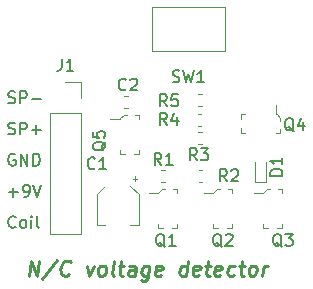
<source format=gbr>
%TF.GenerationSoftware,KiCad,Pcbnew,5.1.6-c6e7f7d~87~ubuntu18.04.1*%
%TF.CreationDate,2021-12-13T20:39:48-08:00*%
%TF.ProjectId,non-contact-voltage-sensor,6e6f6e2d-636f-46e7-9461-63742d766f6c,rev?*%
%TF.SameCoordinates,Original*%
%TF.FileFunction,Legend,Top*%
%TF.FilePolarity,Positive*%
%FSLAX46Y46*%
G04 Gerber Fmt 4.6, Leading zero omitted, Abs format (unit mm)*
G04 Created by KiCad (PCBNEW 5.1.6-c6e7f7d~87~ubuntu18.04.1) date 2021-12-13 20:39:48*
%MOMM*%
%LPD*%
G01*
G04 APERTURE LIST*
%ADD10C,0.150000*%
%ADD11C,0.228600*%
%ADD12C,0.120000*%
%ADD13C,0.100000*%
G04 APERTURE END LIST*
D10*
X144962666Y-98750500D02*
X144867428Y-98702880D01*
X144724571Y-98702880D01*
X144581713Y-98750500D01*
X144486475Y-98845738D01*
X144438856Y-98940976D01*
X144391237Y-99131452D01*
X144391237Y-99274309D01*
X144438856Y-99464785D01*
X144486475Y-99560023D01*
X144581713Y-99655261D01*
X144724571Y-99702880D01*
X144819809Y-99702880D01*
X144962666Y-99655261D01*
X145010285Y-99607642D01*
X145010285Y-99274309D01*
X144819809Y-99274309D01*
X145438856Y-99702880D02*
X145438856Y-98702880D01*
X146010285Y-99702880D01*
X146010285Y-98702880D01*
X146486475Y-99702880D02*
X146486475Y-98702880D01*
X146724571Y-98702880D01*
X146867428Y-98750500D01*
X146962666Y-98845738D01*
X147010285Y-98940976D01*
X147057904Y-99131452D01*
X147057904Y-99274309D01*
X147010285Y-99464785D01*
X146962666Y-99560023D01*
X146867428Y-99655261D01*
X146724571Y-99702880D01*
X146486475Y-99702880D01*
X145010285Y-104878142D02*
X144962666Y-104925761D01*
X144819809Y-104973380D01*
X144724571Y-104973380D01*
X144581714Y-104925761D01*
X144486476Y-104830523D01*
X144438857Y-104735285D01*
X144391238Y-104544809D01*
X144391238Y-104401952D01*
X144438857Y-104211476D01*
X144486476Y-104116238D01*
X144581714Y-104021000D01*
X144724571Y-103973380D01*
X144819809Y-103973380D01*
X144962666Y-104021000D01*
X145010285Y-104068619D01*
X145581714Y-104973380D02*
X145486476Y-104925761D01*
X145438857Y-104878142D01*
X145391238Y-104782904D01*
X145391238Y-104497190D01*
X145438857Y-104401952D01*
X145486476Y-104354333D01*
X145581714Y-104306714D01*
X145724571Y-104306714D01*
X145819809Y-104354333D01*
X145867428Y-104401952D01*
X145915047Y-104497190D01*
X145915047Y-104782904D01*
X145867428Y-104878142D01*
X145819809Y-104925761D01*
X145724571Y-104973380D01*
X145581714Y-104973380D01*
X146343619Y-104973380D02*
X146343619Y-104306714D01*
X146343619Y-103973380D02*
X146296000Y-104021000D01*
X146343619Y-104068619D01*
X146391238Y-104021000D01*
X146343619Y-103973380D01*
X146343619Y-104068619D01*
X146962666Y-104973380D02*
X146867428Y-104925761D01*
X146819809Y-104830523D01*
X146819809Y-103973380D01*
X144438856Y-101957178D02*
X145200761Y-101957178D01*
X144819809Y-102338130D02*
X144819809Y-101576226D01*
X145724571Y-102338130D02*
X145915047Y-102338130D01*
X146010285Y-102290511D01*
X146057904Y-102242892D01*
X146153142Y-102100035D01*
X146200761Y-101909559D01*
X146200761Y-101528607D01*
X146153142Y-101433369D01*
X146105523Y-101385750D01*
X146010285Y-101338130D01*
X145819809Y-101338130D01*
X145724571Y-101385750D01*
X145676951Y-101433369D01*
X145629332Y-101528607D01*
X145629332Y-101766702D01*
X145676951Y-101861940D01*
X145724571Y-101909559D01*
X145819809Y-101957178D01*
X146010285Y-101957178D01*
X146105523Y-101909559D01*
X146153142Y-101861940D01*
X146200761Y-101766702D01*
X146486475Y-101338130D02*
X146819809Y-102338130D01*
X147153142Y-101338130D01*
X144391238Y-94384761D02*
X144534095Y-94432380D01*
X144772190Y-94432380D01*
X144867428Y-94384761D01*
X144915047Y-94337142D01*
X144962666Y-94241904D01*
X144962666Y-94146666D01*
X144915047Y-94051428D01*
X144867428Y-94003809D01*
X144772190Y-93956190D01*
X144581714Y-93908571D01*
X144486476Y-93860952D01*
X144438857Y-93813333D01*
X144391238Y-93718095D01*
X144391238Y-93622857D01*
X144438857Y-93527619D01*
X144486476Y-93480000D01*
X144581714Y-93432380D01*
X144819809Y-93432380D01*
X144962666Y-93480000D01*
X145391238Y-94432380D02*
X145391238Y-93432380D01*
X145772190Y-93432380D01*
X145867428Y-93480000D01*
X145915047Y-93527619D01*
X145962666Y-93622857D01*
X145962666Y-93765714D01*
X145915047Y-93860952D01*
X145867428Y-93908571D01*
X145772190Y-93956190D01*
X145391238Y-93956190D01*
X146391238Y-94051428D02*
X147153142Y-94051428D01*
D11*
X146127530Y-109032523D02*
X146286280Y-107762523D01*
X146853244Y-109032523D01*
X147011994Y-107762523D01*
X148531459Y-107702047D02*
X147238780Y-109334904D01*
X149529316Y-108911571D02*
X149461280Y-108972047D01*
X149272292Y-109032523D01*
X149151340Y-109032523D01*
X148977470Y-108972047D01*
X148871637Y-108851095D01*
X148826280Y-108730142D01*
X148796042Y-108488238D01*
X148818720Y-108306809D01*
X148909435Y-108064904D01*
X148985030Y-107943952D01*
X149121101Y-107823000D01*
X149310090Y-107762523D01*
X149431042Y-107762523D01*
X149604911Y-107823000D01*
X149657828Y-107883476D01*
X151010982Y-108185857D02*
X151207530Y-109032523D01*
X151615744Y-108185857D01*
X152175149Y-109032523D02*
X152061756Y-108972047D01*
X152008840Y-108911571D01*
X151963482Y-108790619D01*
X152008840Y-108427761D01*
X152084435Y-108306809D01*
X152152470Y-108246333D01*
X152280982Y-108185857D01*
X152462411Y-108185857D01*
X152575804Y-108246333D01*
X152628720Y-108306809D01*
X152674078Y-108427761D01*
X152628720Y-108790619D01*
X152553125Y-108911571D01*
X152485090Y-108972047D01*
X152356578Y-109032523D01*
X152175149Y-109032523D01*
X153324197Y-109032523D02*
X153210804Y-108972047D01*
X153165447Y-108851095D01*
X153301518Y-107762523D01*
X153732411Y-108185857D02*
X154216220Y-108185857D01*
X153966756Y-107762523D02*
X153830685Y-108851095D01*
X153876042Y-108972047D01*
X153989435Y-109032523D01*
X154110387Y-109032523D01*
X155078006Y-109032523D02*
X155161161Y-108367285D01*
X155115804Y-108246333D01*
X155002411Y-108185857D01*
X154760506Y-108185857D01*
X154631994Y-108246333D01*
X155085566Y-108972047D02*
X154957054Y-109032523D01*
X154654673Y-109032523D01*
X154541280Y-108972047D01*
X154495923Y-108851095D01*
X154511042Y-108730142D01*
X154586637Y-108609190D01*
X154715149Y-108548714D01*
X155017530Y-108548714D01*
X155146042Y-108488238D01*
X156332887Y-108185857D02*
X156204375Y-109213952D01*
X156128780Y-109334904D01*
X156060744Y-109395380D01*
X155932232Y-109455857D01*
X155750804Y-109455857D01*
X155637411Y-109395380D01*
X156234613Y-108972047D02*
X156106101Y-109032523D01*
X155864197Y-109032523D01*
X155750804Y-108972047D01*
X155697887Y-108911571D01*
X155652530Y-108790619D01*
X155697887Y-108427761D01*
X155773482Y-108306809D01*
X155841518Y-108246333D01*
X155970030Y-108185857D01*
X156211935Y-108185857D01*
X156325328Y-108246333D01*
X157323185Y-108972047D02*
X157194673Y-109032523D01*
X156952768Y-109032523D01*
X156839375Y-108972047D01*
X156794018Y-108851095D01*
X156854494Y-108367285D01*
X156930090Y-108246333D01*
X157058601Y-108185857D01*
X157300506Y-108185857D01*
X157413899Y-108246333D01*
X157459256Y-108367285D01*
X157444137Y-108488238D01*
X156824256Y-108609190D01*
X159432292Y-109032523D02*
X159591042Y-107762523D01*
X159439851Y-108972047D02*
X159311340Y-109032523D01*
X159069435Y-109032523D01*
X158956042Y-108972047D01*
X158903125Y-108911571D01*
X158857768Y-108790619D01*
X158903125Y-108427761D01*
X158978720Y-108306809D01*
X159046756Y-108246333D01*
X159175268Y-108185857D01*
X159417173Y-108185857D01*
X159530566Y-108246333D01*
X160528423Y-108972047D02*
X160399911Y-109032523D01*
X160158006Y-109032523D01*
X160044613Y-108972047D01*
X159999256Y-108851095D01*
X160059732Y-108367285D01*
X160135328Y-108246333D01*
X160263840Y-108185857D01*
X160505744Y-108185857D01*
X160619137Y-108246333D01*
X160664494Y-108367285D01*
X160649375Y-108488238D01*
X160029494Y-108609190D01*
X161050030Y-108185857D02*
X161533840Y-108185857D01*
X161284375Y-107762523D02*
X161148304Y-108851095D01*
X161193661Y-108972047D01*
X161307054Y-109032523D01*
X161428006Y-109032523D01*
X162342709Y-108972047D02*
X162214197Y-109032523D01*
X161972292Y-109032523D01*
X161858899Y-108972047D01*
X161813542Y-108851095D01*
X161874018Y-108367285D01*
X161949613Y-108246333D01*
X162078125Y-108185857D01*
X162320030Y-108185857D01*
X162433423Y-108246333D01*
X162478780Y-108367285D01*
X162463661Y-108488238D01*
X161843780Y-108609190D01*
X163491756Y-108972047D02*
X163363244Y-109032523D01*
X163121340Y-109032523D01*
X163007947Y-108972047D01*
X162955030Y-108911571D01*
X162909673Y-108790619D01*
X162955030Y-108427761D01*
X163030625Y-108306809D01*
X163098661Y-108246333D01*
X163227173Y-108185857D01*
X163469078Y-108185857D01*
X163582470Y-108246333D01*
X163952887Y-108185857D02*
X164436697Y-108185857D01*
X164187232Y-107762523D02*
X164051161Y-108851095D01*
X164096518Y-108972047D01*
X164209911Y-109032523D01*
X164330863Y-109032523D01*
X164935625Y-109032523D02*
X164822232Y-108972047D01*
X164769316Y-108911571D01*
X164723959Y-108790619D01*
X164769316Y-108427761D01*
X164844911Y-108306809D01*
X164912947Y-108246333D01*
X165041459Y-108185857D01*
X165222887Y-108185857D01*
X165336280Y-108246333D01*
X165389197Y-108306809D01*
X165434554Y-108427761D01*
X165389197Y-108790619D01*
X165313601Y-108911571D01*
X165245566Y-108972047D01*
X165117054Y-109032523D01*
X164935625Y-109032523D01*
X165903244Y-109032523D02*
X166009078Y-108185857D01*
X165978840Y-108427761D02*
X166054435Y-108306809D01*
X166122470Y-108246333D01*
X166250982Y-108185857D01*
X166371935Y-108185857D01*
D10*
X144391238Y-97020011D02*
X144534095Y-97067630D01*
X144772190Y-97067630D01*
X144867428Y-97020011D01*
X144915047Y-96972392D01*
X144962666Y-96877154D01*
X144962666Y-96781916D01*
X144915047Y-96686678D01*
X144867428Y-96639059D01*
X144772190Y-96591440D01*
X144581714Y-96543821D01*
X144486476Y-96496202D01*
X144438857Y-96448583D01*
X144391238Y-96353345D01*
X144391238Y-96258107D01*
X144438857Y-96162869D01*
X144486476Y-96115250D01*
X144581714Y-96067630D01*
X144819809Y-96067630D01*
X144962666Y-96115250D01*
X145391238Y-97067630D02*
X145391238Y-96067630D01*
X145772190Y-96067630D01*
X145867428Y-96115250D01*
X145915047Y-96162869D01*
X145962666Y-96258107D01*
X145962666Y-96400964D01*
X145915047Y-96496202D01*
X145867428Y-96543821D01*
X145772190Y-96591440D01*
X145391238Y-96591440D01*
X146391238Y-96686678D02*
X147153142Y-96686678D01*
X146772190Y-97067630D02*
X146772190Y-96305726D01*
D12*
%TO.C,SW1*%
X162699000Y-89988000D02*
X156579000Y-89988000D01*
X156579000Y-89988000D02*
X156579000Y-86288000D01*
X156579000Y-86288000D02*
X162699000Y-86288000D01*
X162699000Y-86288000D02*
X162699000Y-89988000D01*
%TO.C,J1*%
X147895000Y-95250000D02*
X150555000Y-95250000D01*
X147895000Y-95250000D02*
X147895000Y-105470000D01*
X147895000Y-105470000D02*
X150555000Y-105470000D01*
X150555000Y-95250000D02*
X150555000Y-105470000D01*
X150555000Y-92650000D02*
X150555000Y-93980000D01*
X149225000Y-92650000D02*
X150555000Y-92650000D01*
%TO.C,C1*%
X155292500Y-100809500D02*
X154917500Y-100809500D01*
X155105000Y-100622000D02*
X155105000Y-100997000D01*
X152610000Y-101426437D02*
X151910000Y-102126437D01*
X154730000Y-101426437D02*
X155430000Y-102126437D01*
X151910000Y-102126437D02*
X151910000Y-104757000D01*
X155430000Y-102126437D02*
X155430000Y-104757000D01*
X155430000Y-104757000D02*
X154730000Y-104757000D01*
X151910000Y-104757000D02*
X152610000Y-104757000D01*
%TO.C,D1*%
X165235000Y-100922000D02*
X165235000Y-99422000D01*
X165235000Y-100922000D02*
X165235000Y-101022000D01*
X165235000Y-101022000D02*
X165235000Y-101122000D01*
X165235000Y-101122000D02*
X165435000Y-101122000D01*
X165435000Y-101122000D02*
X166235000Y-101122000D01*
X166235000Y-101122000D02*
X166235000Y-99422000D01*
D13*
%TO.C,Q5*%
X154460200Y-95428800D02*
X154185200Y-95428800D01*
X154185200Y-95428800D02*
X153810200Y-95703800D01*
X153810200Y-95703800D02*
X153810200Y-95753800D01*
X153810200Y-95753800D02*
X153035200Y-95753800D01*
X154285200Y-98728800D02*
X153810200Y-98728800D01*
X153810200Y-98728800D02*
X153810200Y-98378800D01*
X155460200Y-98503800D02*
X155460200Y-98378800D01*
X155460200Y-98428800D02*
X155460200Y-98728800D01*
X155460200Y-98728800D02*
X155010200Y-98728800D01*
X155085200Y-95428800D02*
X155460200Y-95428800D01*
X155460200Y-95428800D02*
X155460200Y-95728800D01*
%TO.C,Q4*%
X167385000Y-95964000D02*
X167385000Y-95689000D01*
X167385000Y-95689000D02*
X167110000Y-95314000D01*
X167110000Y-95314000D02*
X167060000Y-95314000D01*
X167060000Y-95314000D02*
X167060000Y-94539000D01*
X164085000Y-95789000D02*
X164085000Y-95314000D01*
X164085000Y-95314000D02*
X164435000Y-95314000D01*
X164310000Y-96964000D02*
X164435000Y-96964000D01*
X164385000Y-96964000D02*
X164085000Y-96964000D01*
X164085000Y-96964000D02*
X164085000Y-96514000D01*
X167385000Y-96589000D02*
X167385000Y-96964000D01*
X167385000Y-96964000D02*
X167085000Y-96964000D01*
%TO.C,Q3*%
X166576000Y-101728000D02*
X166301000Y-101728000D01*
X166301000Y-101728000D02*
X165926000Y-102003000D01*
X165926000Y-102003000D02*
X165926000Y-102053000D01*
X165926000Y-102053000D02*
X165151000Y-102053000D01*
X166401000Y-105028000D02*
X165926000Y-105028000D01*
X165926000Y-105028000D02*
X165926000Y-104678000D01*
X167576000Y-104803000D02*
X167576000Y-104678000D01*
X167576000Y-104728000D02*
X167576000Y-105028000D01*
X167576000Y-105028000D02*
X167126000Y-105028000D01*
X167201000Y-101728000D02*
X167576000Y-101728000D01*
X167576000Y-101728000D02*
X167576000Y-102028000D01*
%TO.C,Q2*%
X162351000Y-101728000D02*
X162076000Y-101728000D01*
X162076000Y-101728000D02*
X161701000Y-102003000D01*
X161701000Y-102003000D02*
X161701000Y-102053000D01*
X161701000Y-102053000D02*
X160926000Y-102053000D01*
X162176000Y-105028000D02*
X161701000Y-105028000D01*
X161701000Y-105028000D02*
X161701000Y-104678000D01*
X163351000Y-104803000D02*
X163351000Y-104678000D01*
X163351000Y-104728000D02*
X163351000Y-105028000D01*
X163351000Y-105028000D02*
X162901000Y-105028000D01*
X162976000Y-101728000D02*
X163351000Y-101728000D01*
X163351000Y-101728000D02*
X163351000Y-102028000D01*
%TO.C,Q1*%
X157686000Y-101728000D02*
X157411000Y-101728000D01*
X157411000Y-101728000D02*
X157036000Y-102003000D01*
X157036000Y-102003000D02*
X157036000Y-102053000D01*
X157036000Y-102053000D02*
X156261000Y-102053000D01*
X157511000Y-105028000D02*
X157036000Y-105028000D01*
X157036000Y-105028000D02*
X157036000Y-104678000D01*
X158686000Y-104803000D02*
X158686000Y-104678000D01*
X158686000Y-104728000D02*
X158686000Y-105028000D01*
X158686000Y-105028000D02*
X158236000Y-105028000D01*
X158311000Y-101728000D02*
X158686000Y-101728000D01*
X158686000Y-101728000D02*
X158686000Y-102028000D01*
D12*
%TO.C,R5*%
X160441421Y-93647800D02*
X160766979Y-93647800D01*
X160441421Y-94667800D02*
X160766979Y-94667800D01*
%TO.C,R4*%
X160415921Y-95298800D02*
X160741479Y-95298800D01*
X160415921Y-96318800D02*
X160741479Y-96318800D01*
%TO.C,R3*%
X160441421Y-96822800D02*
X160766979Y-96822800D01*
X160441421Y-97842800D02*
X160766979Y-97842800D01*
%TO.C,R2*%
X160492221Y-100074000D02*
X160817779Y-100074000D01*
X160492221Y-101094000D02*
X160817779Y-101094000D01*
%TO.C,R1*%
X157642779Y-101094000D02*
X157317221Y-101094000D01*
X157642779Y-100074000D02*
X157317221Y-100074000D01*
%TO.C,C2*%
X154543979Y-94794800D02*
X154218421Y-94794800D01*
X154543979Y-93774800D02*
X154218421Y-93774800D01*
%TO.C,SW1*%
D10*
X158305666Y-92592761D02*
X158448523Y-92640380D01*
X158686619Y-92640380D01*
X158781857Y-92592761D01*
X158829476Y-92545142D01*
X158877095Y-92449904D01*
X158877095Y-92354666D01*
X158829476Y-92259428D01*
X158781857Y-92211809D01*
X158686619Y-92164190D01*
X158496142Y-92116571D01*
X158400904Y-92068952D01*
X158353285Y-92021333D01*
X158305666Y-91926095D01*
X158305666Y-91830857D01*
X158353285Y-91735619D01*
X158400904Y-91688000D01*
X158496142Y-91640380D01*
X158734238Y-91640380D01*
X158877095Y-91688000D01*
X159210428Y-91640380D02*
X159448523Y-92640380D01*
X159639000Y-91926095D01*
X159829476Y-92640380D01*
X160067571Y-91640380D01*
X160972333Y-92640380D02*
X160400904Y-92640380D01*
X160686619Y-92640380D02*
X160686619Y-91640380D01*
X160591380Y-91783238D01*
X160496142Y-91878476D01*
X160400904Y-91926095D01*
%TO.C,J1*%
X148891666Y-90662380D02*
X148891666Y-91376666D01*
X148844047Y-91519523D01*
X148748809Y-91614761D01*
X148605952Y-91662380D01*
X148510714Y-91662380D01*
X149891666Y-91662380D02*
X149320238Y-91662380D01*
X149605952Y-91662380D02*
X149605952Y-90662380D01*
X149510714Y-90805238D01*
X149415476Y-90900476D01*
X149320238Y-90948095D01*
%TO.C,C1*%
X151725333Y-99925142D02*
X151677714Y-99972761D01*
X151534857Y-100020380D01*
X151439619Y-100020380D01*
X151296761Y-99972761D01*
X151201523Y-99877523D01*
X151153904Y-99782285D01*
X151106285Y-99591809D01*
X151106285Y-99448952D01*
X151153904Y-99258476D01*
X151201523Y-99163238D01*
X151296761Y-99068000D01*
X151439619Y-99020380D01*
X151534857Y-99020380D01*
X151677714Y-99068000D01*
X151725333Y-99115619D01*
X152677714Y-100020380D02*
X152106285Y-100020380D01*
X152392000Y-100020380D02*
X152392000Y-99020380D01*
X152296761Y-99163238D01*
X152201523Y-99258476D01*
X152106285Y-99306095D01*
%TO.C,D1*%
X167584380Y-100560095D02*
X166584380Y-100560095D01*
X166584380Y-100322000D01*
X166632000Y-100179142D01*
X166727238Y-100083904D01*
X166822476Y-100036285D01*
X167012952Y-99988666D01*
X167155809Y-99988666D01*
X167346285Y-100036285D01*
X167441523Y-100083904D01*
X167536761Y-100179142D01*
X167584380Y-100322000D01*
X167584380Y-100560095D01*
X167584380Y-99036285D02*
X167584380Y-99607714D01*
X167584380Y-99322000D02*
X166584380Y-99322000D01*
X166727238Y-99417238D01*
X166822476Y-99512476D01*
X166870095Y-99607714D01*
%TO.C,Q5*%
X152642819Y-97682038D02*
X152595200Y-97777276D01*
X152499961Y-97872514D01*
X152357104Y-98015371D01*
X152309485Y-98110609D01*
X152309485Y-98205847D01*
X152547580Y-98158228D02*
X152499961Y-98253466D01*
X152404723Y-98348704D01*
X152214247Y-98396323D01*
X151880914Y-98396323D01*
X151690438Y-98348704D01*
X151595200Y-98253466D01*
X151547580Y-98158228D01*
X151547580Y-97967752D01*
X151595200Y-97872514D01*
X151690438Y-97777276D01*
X151880914Y-97729657D01*
X152214247Y-97729657D01*
X152404723Y-97777276D01*
X152499961Y-97872514D01*
X152547580Y-97967752D01*
X152547580Y-98158228D01*
X151547580Y-96824895D02*
X151547580Y-97301085D01*
X152023771Y-97348704D01*
X151976152Y-97301085D01*
X151928533Y-97205847D01*
X151928533Y-96967752D01*
X151976152Y-96872514D01*
X152023771Y-96824895D01*
X152119009Y-96777276D01*
X152357104Y-96777276D01*
X152452342Y-96824895D01*
X152499961Y-96872514D01*
X152547580Y-96967752D01*
X152547580Y-97205847D01*
X152499961Y-97301085D01*
X152452342Y-97348704D01*
%TO.C,Q4*%
X168560761Y-96813619D02*
X168465523Y-96766000D01*
X168370285Y-96670761D01*
X168227428Y-96527904D01*
X168132190Y-96480285D01*
X168036952Y-96480285D01*
X168084571Y-96718380D02*
X167989333Y-96670761D01*
X167894095Y-96575523D01*
X167846476Y-96385047D01*
X167846476Y-96051714D01*
X167894095Y-95861238D01*
X167989333Y-95766000D01*
X168084571Y-95718380D01*
X168275047Y-95718380D01*
X168370285Y-95766000D01*
X168465523Y-95861238D01*
X168513142Y-96051714D01*
X168513142Y-96385047D01*
X168465523Y-96575523D01*
X168370285Y-96670761D01*
X168275047Y-96718380D01*
X168084571Y-96718380D01*
X169370285Y-96051714D02*
X169370285Y-96718380D01*
X169132190Y-95670761D02*
X168894095Y-96385047D01*
X169513142Y-96385047D01*
%TO.C,Q3*%
X167544761Y-106592619D02*
X167449523Y-106545000D01*
X167354285Y-106449761D01*
X167211428Y-106306904D01*
X167116190Y-106259285D01*
X167020952Y-106259285D01*
X167068571Y-106497380D02*
X166973333Y-106449761D01*
X166878095Y-106354523D01*
X166830476Y-106164047D01*
X166830476Y-105830714D01*
X166878095Y-105640238D01*
X166973333Y-105545000D01*
X167068571Y-105497380D01*
X167259047Y-105497380D01*
X167354285Y-105545000D01*
X167449523Y-105640238D01*
X167497142Y-105830714D01*
X167497142Y-106164047D01*
X167449523Y-106354523D01*
X167354285Y-106449761D01*
X167259047Y-106497380D01*
X167068571Y-106497380D01*
X167830476Y-105497380D02*
X168449523Y-105497380D01*
X168116190Y-105878333D01*
X168259047Y-105878333D01*
X168354285Y-105925952D01*
X168401904Y-105973571D01*
X168449523Y-106068809D01*
X168449523Y-106306904D01*
X168401904Y-106402142D01*
X168354285Y-106449761D01*
X168259047Y-106497380D01*
X167973333Y-106497380D01*
X167878095Y-106449761D01*
X167830476Y-106402142D01*
%TO.C,Q2*%
X162464761Y-106592619D02*
X162369523Y-106545000D01*
X162274285Y-106449761D01*
X162131428Y-106306904D01*
X162036190Y-106259285D01*
X161940952Y-106259285D01*
X161988571Y-106497380D02*
X161893333Y-106449761D01*
X161798095Y-106354523D01*
X161750476Y-106164047D01*
X161750476Y-105830714D01*
X161798095Y-105640238D01*
X161893333Y-105545000D01*
X161988571Y-105497380D01*
X162179047Y-105497380D01*
X162274285Y-105545000D01*
X162369523Y-105640238D01*
X162417142Y-105830714D01*
X162417142Y-106164047D01*
X162369523Y-106354523D01*
X162274285Y-106449761D01*
X162179047Y-106497380D01*
X161988571Y-106497380D01*
X162798095Y-105592619D02*
X162845714Y-105545000D01*
X162940952Y-105497380D01*
X163179047Y-105497380D01*
X163274285Y-105545000D01*
X163321904Y-105592619D01*
X163369523Y-105687857D01*
X163369523Y-105783095D01*
X163321904Y-105925952D01*
X162750476Y-106497380D01*
X163369523Y-106497380D01*
%TO.C,Q1*%
X157638761Y-106592619D02*
X157543523Y-106545000D01*
X157448285Y-106449761D01*
X157305428Y-106306904D01*
X157210190Y-106259285D01*
X157114952Y-106259285D01*
X157162571Y-106497380D02*
X157067333Y-106449761D01*
X156972095Y-106354523D01*
X156924476Y-106164047D01*
X156924476Y-105830714D01*
X156972095Y-105640238D01*
X157067333Y-105545000D01*
X157162571Y-105497380D01*
X157353047Y-105497380D01*
X157448285Y-105545000D01*
X157543523Y-105640238D01*
X157591142Y-105830714D01*
X157591142Y-106164047D01*
X157543523Y-106354523D01*
X157448285Y-106449761D01*
X157353047Y-106497380D01*
X157162571Y-106497380D01*
X158543523Y-106497380D02*
X157972095Y-106497380D01*
X158257809Y-106497380D02*
X158257809Y-105497380D01*
X158162571Y-105640238D01*
X158067333Y-105735476D01*
X157972095Y-105783095D01*
%TO.C,R5*%
X157821333Y-94686380D02*
X157488000Y-94210190D01*
X157249904Y-94686380D02*
X157249904Y-93686380D01*
X157630857Y-93686380D01*
X157726095Y-93734000D01*
X157773714Y-93781619D01*
X157821333Y-93876857D01*
X157821333Y-94019714D01*
X157773714Y-94114952D01*
X157726095Y-94162571D01*
X157630857Y-94210190D01*
X157249904Y-94210190D01*
X158726095Y-93686380D02*
X158249904Y-93686380D01*
X158202285Y-94162571D01*
X158249904Y-94114952D01*
X158345142Y-94067333D01*
X158583238Y-94067333D01*
X158678476Y-94114952D01*
X158726095Y-94162571D01*
X158773714Y-94257809D01*
X158773714Y-94495904D01*
X158726095Y-94591142D01*
X158678476Y-94638761D01*
X158583238Y-94686380D01*
X158345142Y-94686380D01*
X158249904Y-94638761D01*
X158202285Y-94591142D01*
%TO.C,R4*%
X157821333Y-96261180D02*
X157488000Y-95784990D01*
X157249904Y-96261180D02*
X157249904Y-95261180D01*
X157630857Y-95261180D01*
X157726095Y-95308800D01*
X157773714Y-95356419D01*
X157821333Y-95451657D01*
X157821333Y-95594514D01*
X157773714Y-95689752D01*
X157726095Y-95737371D01*
X157630857Y-95784990D01*
X157249904Y-95784990D01*
X158678476Y-95594514D02*
X158678476Y-96261180D01*
X158440380Y-95213561D02*
X158202285Y-95927847D01*
X158821333Y-95927847D01*
%TO.C,R3*%
X160361333Y-99258380D02*
X160028000Y-98782190D01*
X159789904Y-99258380D02*
X159789904Y-98258380D01*
X160170857Y-98258380D01*
X160266095Y-98306000D01*
X160313714Y-98353619D01*
X160361333Y-98448857D01*
X160361333Y-98591714D01*
X160313714Y-98686952D01*
X160266095Y-98734571D01*
X160170857Y-98782190D01*
X159789904Y-98782190D01*
X160694666Y-98258380D02*
X161313714Y-98258380D01*
X160980380Y-98639333D01*
X161123238Y-98639333D01*
X161218476Y-98686952D01*
X161266095Y-98734571D01*
X161313714Y-98829809D01*
X161313714Y-99067904D01*
X161266095Y-99163142D01*
X161218476Y-99210761D01*
X161123238Y-99258380D01*
X160837523Y-99258380D01*
X160742285Y-99210761D01*
X160694666Y-99163142D01*
%TO.C,R2*%
X162901333Y-101036380D02*
X162568000Y-100560190D01*
X162329904Y-101036380D02*
X162329904Y-100036380D01*
X162710857Y-100036380D01*
X162806095Y-100084000D01*
X162853714Y-100131619D01*
X162901333Y-100226857D01*
X162901333Y-100369714D01*
X162853714Y-100464952D01*
X162806095Y-100512571D01*
X162710857Y-100560190D01*
X162329904Y-100560190D01*
X163282285Y-100131619D02*
X163329904Y-100084000D01*
X163425142Y-100036380D01*
X163663238Y-100036380D01*
X163758476Y-100084000D01*
X163806095Y-100131619D01*
X163853714Y-100226857D01*
X163853714Y-100322095D01*
X163806095Y-100464952D01*
X163234666Y-101036380D01*
X163853714Y-101036380D01*
%TO.C,R1*%
X157338833Y-99639380D02*
X157005500Y-99163190D01*
X156767404Y-99639380D02*
X156767404Y-98639380D01*
X157148357Y-98639380D01*
X157243595Y-98687000D01*
X157291214Y-98734619D01*
X157338833Y-98829857D01*
X157338833Y-98972714D01*
X157291214Y-99067952D01*
X157243595Y-99115571D01*
X157148357Y-99163190D01*
X156767404Y-99163190D01*
X158291214Y-99639380D02*
X157719785Y-99639380D01*
X158005500Y-99639380D02*
X158005500Y-98639380D01*
X157910261Y-98782238D01*
X157815023Y-98877476D01*
X157719785Y-98925095D01*
%TO.C,C2*%
X154341533Y-93244942D02*
X154293914Y-93292561D01*
X154151057Y-93340180D01*
X154055819Y-93340180D01*
X153912961Y-93292561D01*
X153817723Y-93197323D01*
X153770104Y-93102085D01*
X153722485Y-92911609D01*
X153722485Y-92768752D01*
X153770104Y-92578276D01*
X153817723Y-92483038D01*
X153912961Y-92387800D01*
X154055819Y-92340180D01*
X154151057Y-92340180D01*
X154293914Y-92387800D01*
X154341533Y-92435419D01*
X154722485Y-92435419D02*
X154770104Y-92387800D01*
X154865342Y-92340180D01*
X155103438Y-92340180D01*
X155198676Y-92387800D01*
X155246295Y-92435419D01*
X155293914Y-92530657D01*
X155293914Y-92625895D01*
X155246295Y-92768752D01*
X154674866Y-93340180D01*
X155293914Y-93340180D01*
%TD*%
M02*

</source>
